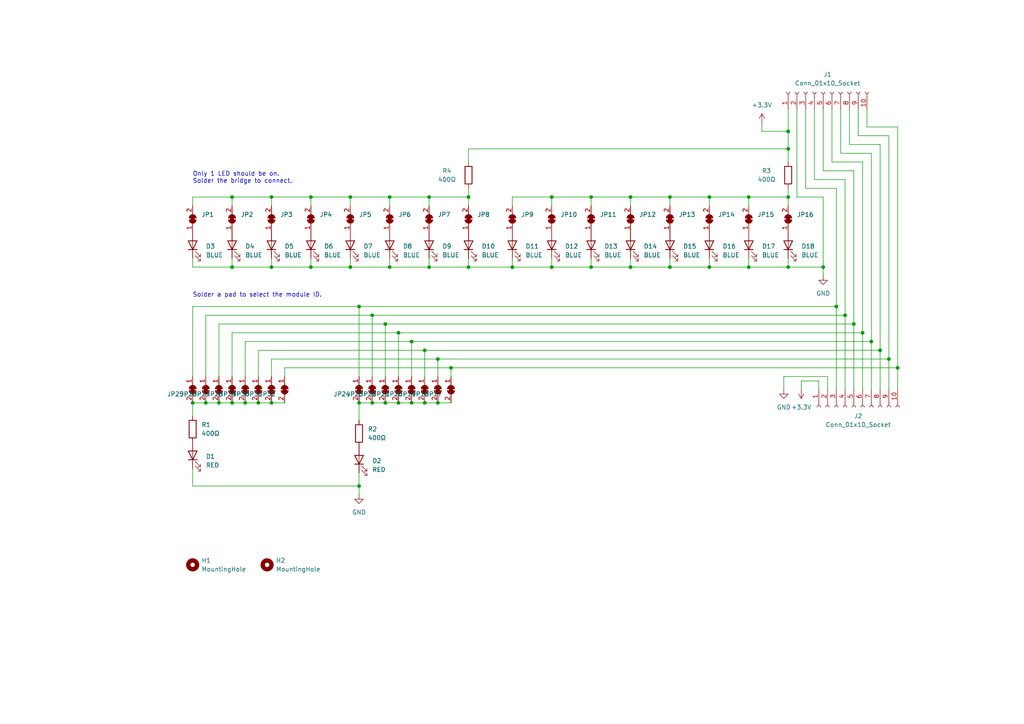
<source format=kicad_sch>
(kicad_sch (version 20230121) (generator eeschema)
  (paper "A4")
  (title_block (title "HTP!m CONTROL Module Display") (date "2023-10-07") (rev "1") (company "shawnd.xyz") (comment 2 "status.") (comment 3 "The HTP!m CONTROL Module Display highlights the selected module and its override"))
  (lib_symbols
    (symbol "Connector:Conn_01x10_Socket" (pin_names (offset 1.016) hide)
      (property "Reference" "J" (at 0 12.7 0))
      (property "Value" "Conn_01x10_Socket" (at 0 -15.24 0))
      (symbol "Conn_01x10_Socket_1_1"
        (arc (start 0 -12.192) (mid -0.5058 -12.7) (end 0 -13.208) (stroke (width 0.1524)))
        (arc (start 0 -9.652) (mid -0.5058 -10.16) (end 0 -10.668) (stroke (width 0.1524)))
        (arc (start 0 -7.112) (mid -0.5058 -7.62) (end 0 -8.128) (stroke (width 0.1524)))
        (arc (start 0 -4.572) (mid -0.5058 -5.08) (end 0 -5.588) (stroke (width 0.1524)))
        (arc (start 0 -2.032) (mid -0.5058 -2.54) (end 0 -3.048) (stroke (width 0.1524)))
        (polyline (pts (xy -1.27 -12.7) (xy -0.508 -12.7)) (stroke (width 0.1524)))
        (polyline (pts (xy -1.27 -10.16) (xy -0.508 -10.16)) (stroke (width 0.1524)))
        (polyline (pts (xy -1.27 -7.62) (xy -0.508 -7.62)) (stroke (width 0.1524)))
        (polyline (pts (xy -1.27 -5.08) (xy -0.508 -5.08)) (stroke (width 0.1524)))
        (polyline (pts (xy -1.27 -2.54) (xy -0.508 -2.54)) (stroke (width 0.1524)))
        (polyline (pts (xy -1.27 0) (xy -0.508 0)) (stroke (width 0.1524)))
        (polyline (pts (xy -1.27 2.54) (xy -0.508 2.54)) (stroke (width 0.1524)))
        (polyline (pts (xy -1.27 5.08) (xy -0.508 5.08)) (stroke (width 0.1524)))
        (polyline (pts (xy -1.27 7.62) (xy -0.508 7.62)) (stroke (width 0.1524)))
        (polyline (pts (xy -1.27 10.16) (xy -0.508 10.16)) (stroke (width 0.1524)))
        (arc (start 0 0.508) (mid -0.5058 0) (end 0 -0.508) (stroke (width 0.1524)))
        (arc (start 0 3.048) (mid -0.5058 2.54) (end 0 2.032) (stroke (width 0.1524)))
        (arc (start 0 5.588) (mid -0.5058 5.08) (end 0 4.572) (stroke (width 0.1524)))
        (arc (start 0 8.128) (mid -0.5058 7.62) (end 0 7.112) (stroke (width 0.1524)))
        (arc (start 0 10.668) (mid -0.5058 10.16) (end 0 9.652) (stroke (width 0.1524)))
        (pin passive line (at -5.08 10.16 0) (length 3.81) (name "Pin_1") (number "1"))
        (pin passive line (at -5.08 -12.7 0) (length 3.81) (name "Pin_10") (number "10"))
        (pin passive line (at -5.08 7.62 0) (length 3.81) (name "Pin_2") (number "2"))
        (pin passive line (at -5.08 5.08 0) (length 3.81) (name "Pin_3") (number "3"))
        (pin passive line (at -5.08 2.54 0) (length 3.81) (name "Pin_4") (number "4"))
        (pin passive line (at -5.08 0 0) (length 3.81) (name "Pin_5") (number "5"))
        (pin passive line (at -5.08 -2.54 0) (length 3.81) (name "Pin_6") (number "6"))
        (pin passive line (at -5.08 -5.08 0) (length 3.81) (name "Pin_7") (number "7"))
        (pin passive line (at -5.08 -7.62 0) (length 3.81) (name "Pin_8") (number "8"))
        (pin passive line (at -5.08 -10.16 0) (length 3.81) (name "Pin_9") (number "9"))
      )
    )
    (symbol "Device:LED" (pin_numbers hide) (pin_names (offset 1.016) hide)
      (property "Reference" "D" (at 0 2.54 0))
      (property "Value" "LED" (at 0 -2.54 0))
      (symbol "LED_0_1"
        (polyline (pts (xy -1.27 -1.27) (xy -1.27 1.27)) (stroke (width 0.254)))
        (polyline (pts (xy -1.27 0) (xy 1.27 0)))
        (polyline (pts (xy 1.27 -1.27) (xy 1.27 1.27) (xy -1.27 0) (xy 1.27 -1.27)) (stroke (width 0.254)))
        (polyline (pts (xy -3.048 -0.762) (xy -4.572 -2.286) (xy -3.81 -2.286) (xy -4.572 -2.286) (xy -4.572 -1.524)))
        (polyline (pts (xy -1.778 -0.762) (xy -3.302 -2.286) (xy -2.54 -2.286) (xy -3.302 -2.286) (xy -3.302 -1.524)))
      )
      (symbol "LED_1_1"
        (pin passive line (at -3.81 0 0) (length 2.54) (name "K") (number "1"))
        (pin passive line (at 3.81 0 180) (length 2.54) (name "A") (number "2"))
      )
    )
    (symbol "Device:R" (pin_numbers hide) (pin_names (offset 0))
      (property "Reference" "R" (at 2.032 0 90))
      (property "Value" "R" (at 0 0 90))
      (symbol "R_0_1"
        (rectangle (start -1.016 -2.54) (end 1.016 2.54) (stroke (width 0.254)))
      )
      (symbol "R_1_1"
        (pin passive line (at 0 3.81 270) (length 1.27) (name "~") (number "1"))
        (pin passive line (at 0 -3.81 90) (length 1.27) (name "~") (number "2"))
      )
    )
    (symbol "Jumper:SolderJumper_2_Bridged" (pin_names (offset 0) hide)
      (property "Reference" "JP" (at 0 2.032 0))
      (property "Value" "SolderJumper_2_Bridged" (at 0 -2.54 0))
      (symbol "SolderJumper_2_Bridged_0_1"
        (rectangle (start -0.508 0.508) (end 0.508 -0.508) (fill (type outline)))
        (arc (start -0.254 1.016) (mid -1.2656 0) (end -0.254 -1.016))
        (arc (start -0.254 1.016) (mid -1.2656 0) (end -0.254 -1.016) (fill (type outline)))
        (polyline (pts (xy -0.254 1.016) (xy -0.254 -1.016)))
        (polyline (pts (xy 0.254 1.016) (xy 0.254 -1.016)))
        (arc (start 0.254 -1.016) (mid 1.2656 0) (end 0.254 1.016))
        (arc (start 0.254 -1.016) (mid 1.2656 0) (end 0.254 1.016) (fill (type outline)))
      )
      (symbol "SolderJumper_2_Bridged_1_1"
        (pin passive line (at -3.81 0 0) (length 2.54) (name "A") (number "1"))
        (pin passive line (at 3.81 0 180) (length 2.54) (name "B") (number "2"))
      )
    )
    (symbol "Mechanical:MountingHole" (pin_names (offset 1.016))
      (property "Reference" "H" (at 0 5.08 0))
      (property "Value" "MountingHole" (at 0 3.175 0))
      (symbol "MountingHole_0_1"
        (circle (center 0 0) (radius 1.27) (stroke (width 1.27)))
      )
    )
    (symbol "power:+3.3V" (power) (pin_names (offset 0))
      (property "Value" "+3.3V" (at 0 3.556 0))
      (symbol "+3.3V_0_1"
        (polyline (pts (xy -0.762 1.27) (xy 0 2.54)))
        (polyline (pts (xy 0 0) (xy 0 2.54)))
        (polyline (pts (xy 0 2.54) (xy 0.762 1.27)))
      )
      (symbol "+3.3V_1_1"
        (pin power_in line (at 0 0 90) (length 0) hide (name "+3.3V") (number "1"))
      )
    )
    (symbol "power:GND" (power) (pin_names (offset 0))
      (property "Value" "GND" (at 0 -3.81 0))
      (symbol "GND_0_1"
        (polyline (pts (xy 0 0) (xy 0 -1.27) (xy 1.27 -1.27) (xy 0 -2.54) (xy -1.27 -1.27) (xy 0 -1.27)))
      )
      (symbol "GND_1_1"
        (pin power_in line (at 0 0 270) (length 0) hide (name "GND") (number "1"))
      )
    )
  )
  (junction (at 160.02 57.15))
  (junction (at 217.17 77.47))
  (junction (at 113.03 77.47))
  (junction (at 247.65 93.98))
  (junction (at 67.31 57.15))
  (junction (at 238.76 77.47))
  (junction (at 71.12 116.84))
  (junction (at 123.19 101.6))
  (junction (at 124.46 77.47))
  (junction (at 78.74 57.15))
  (junction (at 78.74 77.47))
  (junction (at 255.27 101.6))
  (junction (at 59.69 116.84))
  (junction (at 113.03 57.15))
  (junction (at 182.88 77.47))
  (junction (at 194.31 77.47))
  (junction (at 127 116.84))
  (junction (at 252.73 99.06))
  (junction (at 205.74 57.15))
  (junction (at 119.38 99.06))
  (junction (at 250.19 96.52))
  (junction (at 242.57 88.9))
  (junction (at 135.89 57.15))
  (junction (at 171.45 57.15))
  (junction (at 130.81 106.68))
  (junction (at 101.6 57.15))
  (junction (at 135.89 77.47))
  (junction (at 228.6 38.1))
  (junction (at 217.17 57.15))
  (junction (at 228.6 57.15))
  (junction (at 111.76 93.98))
  (junction (at 101.6 77.47))
  (junction (at 115.57 116.84))
  (junction (at 205.74 77.47))
  (junction (at 111.76 116.84))
  (junction (at 148.59 77.47))
  (junction (at 119.38 116.84))
  (junction (at 107.95 91.44))
  (junction (at 124.46 57.15))
  (junction (at 245.11 91.44))
  (junction (at 104.14 116.84))
  (junction (at 228.6 77.47))
  (junction (at 55.88 116.84))
  (junction (at 171.45 77.47))
  (junction (at 260.35 106.68))
  (junction (at 127 104.14))
  (junction (at 104.14 140.97))
  (junction (at 67.31 116.84))
  (junction (at 90.17 57.15))
  (junction (at 63.5 116.84))
  (junction (at 257.81 104.14))
  (junction (at 228.6 43.18))
  (junction (at 90.17 77.47))
  (junction (at 123.19 116.84))
  (junction (at 115.57 96.52))
  (junction (at 160.02 77.47))
  (junction (at 104.14 88.9))
  (junction (at 107.95 116.84))
  (junction (at 78.74 116.84))
  (junction (at 194.31 57.15))
  (junction (at 67.31 77.47))
  (junction (at 74.93 116.84))
  (junction (at 182.88 57.15))
  (wire (pts (xy 260.35 36.83) (xy 251.46 36.83)))
  (wire (pts (xy 182.88 57.15) (xy 194.31 57.15)))
  (wire (pts (xy 217.17 59.69) (xy 217.17 57.15)))
  (wire (pts (xy 160.02 74.93) (xy 160.02 77.47)))
  (wire (pts (xy 101.6 74.93) (xy 101.6 77.47)))
  (wire (pts (xy 119.38 116.84) (xy 123.19 116.84)))
  (wire (pts (xy 59.69 116.84) (xy 63.5 116.84)))
  (wire (pts (xy 127 116.84) (xy 130.81 116.84)))
  (wire (pts (xy 104.14 116.84) (xy 107.95 116.84)))
  (wire (pts (xy 55.88 77.47) (xy 67.31 77.47)))
  (wire (pts (xy 55.88 57.15) (xy 67.31 57.15)))
  (wire (pts (xy 160.02 77.47) (xy 171.45 77.47)))
  (wire (pts (xy 228.6 74.93) (xy 228.6 77.47)))
  (wire (pts (xy 78.74 109.22) (xy 78.74 104.14)))
  (wire (pts (xy 247.65 93.98) (xy 247.65 49.53)))
  (wire (pts (xy 104.14 88.9) (xy 104.14 109.22)))
  (wire (pts (xy 171.45 77.47) (xy 182.88 77.47)))
  (wire (pts (xy 135.89 43.18) (xy 135.89 46.99)))
  (wire (pts (xy 55.88 140.97) (xy 104.14 140.97)))
  (wire (pts (xy 67.31 57.15) (xy 67.31 59.69)))
  (wire (pts (xy 67.31 77.47) (xy 78.74 77.47)))
  (wire (pts (xy 90.17 77.47) (xy 101.6 77.47)))
  (wire (pts (xy 113.03 74.93) (xy 113.03 77.47)))
  (wire (pts (xy 220.98 35.56) (xy 220.98 38.1)))
  (wire (pts (xy 148.59 74.93) (xy 148.59 77.47)))
  (wire (pts (xy 111.76 93.98) (xy 111.76 109.22)))
  (wire (pts (xy 135.89 77.47) (xy 148.59 77.47)))
  (wire (pts (xy 252.73 44.45) (xy 243.84 44.45)))
  (wire (pts (xy 67.31 74.93) (xy 67.31 77.47)))
  (wire (pts (xy 217.17 57.15) (xy 228.6 57.15)))
  (wire (pts (xy 74.93 116.84) (xy 78.74 116.84)))
  (wire (pts (xy 104.14 140.97) (xy 104.14 143.51)))
  (wire (pts (xy 238.76 49.53) (xy 238.76 31.75)))
  (wire (pts (xy 67.31 109.22) (xy 67.31 96.52)))
  (wire (pts (xy 228.6 31.75) (xy 228.6 38.1)))
  (wire (pts (xy 71.12 99.06) (xy 119.38 99.06)))
  (wire (pts (xy 90.17 74.93) (xy 90.17 77.47)))
  (wire (pts (xy 255.27 101.6) (xy 255.27 113.03)))
  (wire (pts (xy 242.57 54.61) (xy 233.68 54.61)))
  (wire (pts (xy 255.27 101.6) (xy 255.27 41.91)))
  (wire (pts (xy 67.31 96.52) (xy 115.57 96.52)))
  (wire (pts (xy 123.19 116.84) (xy 127 116.84)))
  (wire (pts (xy 119.38 99.06) (xy 119.38 109.22)))
  (wire (pts (xy 90.17 57.15) (xy 101.6 57.15)))
  (wire (pts (xy 78.74 77.47) (xy 90.17 77.47)))
  (wire (pts (xy 104.14 140.97) (xy 104.14 137.16)))
  (wire (pts (xy 194.31 74.93) (xy 194.31 77.47)))
  (wire (pts (xy 231.14 57.15) (xy 231.14 31.75)))
  (wire (pts (xy 124.46 74.93) (xy 124.46 77.47)))
  (wire (pts (xy 228.6 77.47) (xy 238.76 77.47)))
  (wire (pts (xy 247.65 49.53) (xy 238.76 49.53)))
  (wire (pts (xy 228.6 38.1) (xy 228.6 43.18)))
  (wire (pts (xy 252.73 99.06) (xy 252.73 113.03)))
  (wire (pts (xy 160.02 57.15) (xy 171.45 57.15)))
  (wire (pts (xy 63.5 109.22) (xy 63.5 93.98)))
  (wire (pts (xy 217.17 77.47) (xy 228.6 77.47)))
  (wire (pts (xy 71.12 116.84) (xy 74.93 116.84)))
  (wire (pts (xy 182.88 57.15) (xy 182.88 59.69)))
  (wire (pts (xy 113.03 57.15) (xy 113.03 59.69)))
  (wire (pts (xy 171.45 59.69) (xy 171.45 57.15)))
  (wire (pts (xy 233.68 54.61) (xy 233.68 31.75)))
  (wire (pts (xy 238.76 77.47) (xy 238.76 80.01)))
  (wire (pts (xy 194.31 59.69) (xy 194.31 57.15)))
  (wire (pts (xy 119.38 99.06) (xy 252.73 99.06)))
  (wire (pts (xy 115.57 96.52) (xy 115.57 109.22)))
  (wire (pts (xy 205.74 57.15) (xy 205.74 59.69)))
  (wire (pts (xy 171.45 74.93) (xy 171.45 77.47)))
  (wire (pts (xy 124.46 57.15) (xy 135.89 57.15)))
  (wire (pts (xy 63.5 116.84) (xy 67.31 116.84)))
  (wire (pts (xy 246.38 41.91) (xy 246.38 31.75)))
  (wire (pts (xy 78.74 74.93) (xy 78.74 77.47)))
  (wire (pts (xy 55.88 88.9) (xy 104.14 88.9)))
  (wire (pts (xy 107.95 116.84) (xy 111.76 116.84)))
  (wire (pts (xy 245.11 52.07) (xy 236.22 52.07)))
  (wire (pts (xy 90.17 57.15) (xy 90.17 59.69)))
  (wire (pts (xy 101.6 77.47) (xy 113.03 77.47)))
  (wire (pts (xy 194.31 77.47) (xy 182.88 77.47)))
  (wire (pts (xy 237.49 110.49) (xy 232.41 110.49)))
  (wire (pts (xy 78.74 104.14) (xy 127 104.14)))
  (wire (pts (xy 63.5 93.98) (xy 111.76 93.98)))
  (wire (pts (xy 257.81 39.37) (xy 248.92 39.37)))
  (wire (pts (xy 250.19 96.52) (xy 250.19 46.99)))
  (wire (pts (xy 232.41 110.49) (xy 232.41 113.03)))
  (wire (pts (xy 194.31 57.15) (xy 205.74 57.15)))
  (wire (pts (xy 113.03 57.15) (xy 124.46 57.15)))
  (wire (pts (xy 228.6 57.15) (xy 228.6 59.69)))
  (wire (pts (xy 55.88 116.84) (xy 59.69 116.84)))
  (wire (pts (xy 55.88 135.89) (xy 55.88 140.97)))
  (wire (pts (xy 205.74 74.93) (xy 205.74 77.47)))
  (wire (pts (xy 115.57 96.52) (xy 250.19 96.52)))
  (wire (pts (xy 250.19 46.99) (xy 241.3 46.99)))
  (wire (pts (xy 78.74 57.15) (xy 90.17 57.15)))
  (wire (pts (xy 148.59 59.69) (xy 148.59 57.15)))
  (wire (pts (xy 67.31 57.15) (xy 78.74 57.15)))
  (wire (pts (xy 236.22 31.75) (xy 236.22 52.07)))
  (wire (pts (xy 59.69 109.22) (xy 59.69 91.44)))
  (wire (pts (xy 250.19 96.52) (xy 250.19 113.03)))
  (wire (pts (xy 260.35 106.68) (xy 260.35 36.83)))
  (wire (pts (xy 217.17 74.93) (xy 217.17 77.47)))
  (wire (pts (xy 127 104.14) (xy 127 109.22)))
  (wire (pts (xy 182.88 74.93) (xy 182.88 77.47)))
  (wire (pts (xy 242.57 88.9) (xy 242.57 54.61)))
  (wire (pts (xy 67.31 116.84) (xy 71.12 116.84)))
  (wire (pts (xy 260.35 106.68) (xy 260.35 113.03)))
  (wire (pts (xy 113.03 77.47) (xy 124.46 77.47)))
  (wire (pts (xy 101.6 59.69) (xy 101.6 57.15)))
  (wire (pts (xy 247.65 93.98) (xy 247.65 113.03)))
  (wire (pts (xy 78.74 116.84) (xy 82.55 116.84)))
  (wire (pts (xy 237.49 113.03) (xy 237.49 110.49)))
  (wire (pts (xy 257.81 104.14) (xy 257.81 39.37)))
  (wire (pts (xy 111.76 93.98) (xy 247.65 93.98)))
  (wire (pts (xy 240.03 113.03) (xy 240.03 109.22)))
  (wire (pts (xy 135.89 74.93) (xy 135.89 77.47)))
  (wire (pts (xy 115.57 116.84) (xy 119.38 116.84)))
  (wire (pts (xy 59.69 91.44) (xy 107.95 91.44)))
  (wire (pts (xy 78.74 59.69) (xy 78.74 57.15)))
  (wire (pts (xy 101.6 57.15) (xy 113.03 57.15)))
  (wire (pts (xy 160.02 57.15) (xy 160.02 59.69)))
  (wire (pts (xy 55.88 59.69) (xy 55.88 57.15)))
  (wire (pts (xy 171.45 57.15) (xy 182.88 57.15)))
  (wire (pts (xy 82.55 109.22) (xy 82.55 106.68)))
  (wire (pts (xy 104.14 116.84) (xy 104.14 121.92)))
  (wire (pts (xy 227.33 109.22) (xy 227.33 113.03)))
  (wire (pts (xy 241.3 46.99) (xy 241.3 31.75)))
  (wire (pts (xy 127 104.14) (xy 257.81 104.14)))
  (wire (pts (xy 228.6 43.18) (xy 135.89 43.18)))
  (wire (pts (xy 242.57 88.9) (xy 242.57 113.03)))
  (wire (pts (xy 124.46 77.47) (xy 135.89 77.47)))
  (wire (pts (xy 71.12 109.22) (xy 71.12 99.06)))
  (wire (pts (xy 255.27 41.91) (xy 246.38 41.91)))
  (wire (pts (xy 228.6 54.61) (xy 228.6 57.15)))
  (wire (pts (xy 248.92 39.37) (xy 248.92 31.75)))
  (wire (pts (xy 245.11 91.44) (xy 245.11 113.03)))
  (wire (pts (xy 220.98 38.1) (xy 228.6 38.1)))
  (wire (pts (xy 160.02 57.15) (xy 148.59 57.15)))
  (wire (pts (xy 205.74 77.47) (xy 217.17 77.47)))
  (wire (pts (xy 135.89 57.15) (xy 135.89 59.69)))
  (wire (pts (xy 55.88 109.22) (xy 55.88 88.9)))
  (wire (pts (xy 252.73 44.45) (xy 252.73 99.06)))
  (wire (pts (xy 240.03 109.22) (xy 227.33 109.22)))
  (wire (pts (xy 107.95 91.44) (xy 107.95 109.22)))
  (wire (pts (xy 104.14 88.9) (xy 242.57 88.9)))
  (wire (pts (xy 238.76 57.15) (xy 231.14 57.15)))
  (wire (pts (xy 194.31 77.47) (xy 205.74 77.47)))
  (wire (pts (xy 111.76 116.84) (xy 115.57 116.84)))
  (wire (pts (xy 130.81 106.68) (xy 260.35 106.68)))
  (wire (pts (xy 124.46 59.69) (xy 124.46 57.15)))
  (wire (pts (xy 74.93 101.6) (xy 123.19 101.6)))
  (wire (pts (xy 123.19 101.6) (xy 255.27 101.6)))
  (wire (pts (xy 74.93 109.22) (xy 74.93 101.6)))
  (wire (pts (xy 257.81 104.14) (xy 257.81 113.03)))
  (wire (pts (xy 148.59 77.47) (xy 160.02 77.47)))
  (wire (pts (xy 245.11 91.44) (xy 245.11 52.07)))
  (wire (pts (xy 238.76 77.47) (xy 238.76 57.15)))
  (wire (pts (xy 107.95 91.44) (xy 245.11 91.44)))
  (wire (pts (xy 123.19 101.6) (xy 123.19 109.22)))
  (wire (pts (xy 55.88 74.93) (xy 55.88 77.47)))
  (wire (pts (xy 82.55 106.68) (xy 130.81 106.68)))
  (wire (pts (xy 228.6 43.18) (xy 228.6 46.99)))
  (wire (pts (xy 251.46 36.83) (xy 251.46 31.75)))
  (wire (pts (xy 243.84 44.45) (xy 243.84 31.75)))
  (wire (pts (xy 135.89 54.61) (xy 135.89 57.15)))
  (wire (pts (xy 130.81 106.68) (xy 130.81 109.22)))
  (wire (pts (xy 205.74 57.15) (xy 217.17 57.15)))
  (wire (pts (xy 55.88 116.84) (xy 55.88 120.65)))
  (text "Solder a pad to select the module ID." (at 55.88 86.36 0) (effects (font (size 1.27 1.27)) (justify left bottom)))
  (text "Only 1 LED should be on.\nSolder the bridge to connect." (at 55.88 53.34 0) (effects (font (size 1.27 1.27)) (justify left bottom)))
  (symbol (lib_id "Jumper:SolderJumper_2_Bridged") (at 171.45 63.5 90) (unit 1)
    (property "Reference" "JP11" (at 173.99 62.23 90) (effects (justify right)))
    (property "Value" "SolderJumper_2_Bridged" (effects hide))
    (property "Footprint" "Jumper:SolderJumper-2_P1.3mm_Open_TrianglePad1.0x1.5mm" (effects hide))
  )
  (symbol (lib_id "Jumper:SolderJumper_2_Bridged") (at 59.69 113.03 270) (unit 1)
    (property "Reference" "JP26" (at 57.15 114.3 90) (effects (justify right)))
    (property "Value" "SolderJumper_2_Bridged" (effects hide))
    (property "Footprint" "Jumper:SolderJumper-2_P1.3mm_Open_TrianglePad1.0x1.5mm" (effects hide))
  )
  (symbol (lib_id "Device:LED") (at 78.74 71.12 90) (unit 1)
    (property "Reference" "D5" (at 82.55 71.4375 90) (effects (justify right)))
    (property "Value" "BLUE" (at 82.55 73.9775 90) (effects (justify right)))
    (property "Footprint" "LED_THT:LED_D5.0mm" (effects hide))
  )
  (symbol (lib_id "Jumper:SolderJumper_2_Bridged") (at 194.31 63.5 90) (unit 1)
    (property "Reference" "JP13" (at 196.85 62.23 90) (effects (justify right)))
    (property "Value" "SolderJumper_2_Bridged" (effects hide))
    (property "Footprint" "Jumper:SolderJumper-2_P1.3mm_Open_TrianglePad1.0x1.5mm" (effects hide))
  )
  (symbol (lib_id "Device:R") (at 55.88 124.46 0) (unit 1)
    (property "Reference" "R1" (at 58.42 123.19 0) (effects (justify left)))
    (property "Value" "400Ω" (at 58.42 125.73 0) (effects (justify left)))
    (property "Footprint" "Resistor_THT:R_Axial_DIN0204_L3.6mm_D1.6mm_P7.62mm_Horizontal" (effects hide))
  )
  (symbol (lib_id "Jumper:SolderJumper_2_Bridged") (at 228.6 63.5 90) (unit 1)
    (property "Reference" "JP16" (at 231.14 62.23 90) (effects (justify right)))
    (property "Value" "SolderJumper_2_Bridged" (effects hide))
    (property "Footprint" "Jumper:SolderJumper-2_P1.3mm_Open_TrianglePad1.0x1.5mm" (effects hide))
  )
  (symbol (lib_id "power:GND") (at 227.33 113.03 0) (unit 1)
    (property "Reference" "#PWR05" (effects hide))
    (property "Value" "GND" (at 227.33 118.11 0))
  )
  (symbol (lib_id "Device:LED") (at 90.17 71.12 90) (unit 1)
    (property "Reference" "D6" (at 93.98 71.4375 90) (effects (justify right)))
    (property "Value" "BLUE" (at 93.98 73.9775 90) (effects (justify right)))
    (property "Footprint" "LED_THT:LED_D5.0mm" (effects hide))
  )
  (symbol (lib_id "Jumper:SolderJumper_2_Bridged") (at 135.89 63.5 90) (unit 1)
    (property "Reference" "JP8" (at 138.43 62.23 90) (effects (justify right)))
    (property "Value" "SolderJumper_2_Bridged" (effects hide))
    (property "Footprint" "Jumper:SolderJumper-2_P1.3mm_Open_TrianglePad1.0x1.5mm" (effects hide))
  )
  (symbol (lib_id "Jumper:SolderJumper_2_Bridged") (at 71.12 113.03 270) (unit 1)
    (property "Reference" "JP29" (at 68.58 114.3 90) (effects (justify right)))
    (property "Value" "SolderJumper_2_Bridged" (effects hide))
    (property "Footprint" "Jumper:SolderJumper-2_P1.3mm_Open_TrianglePad1.0x1.5mm" (effects hide))
  )
  (symbol (lib_id "Jumper:SolderJumper_2_Bridged") (at 107.95 113.03 270) (unit 1)
    (property "Reference" "JP23" (at 105.41 114.3 90) (effects (justify right)))
    (property "Value" "SolderJumper_2_Bridged" (effects hide))
    (property "Footprint" "Jumper:SolderJumper-2_P1.3mm_Open_TrianglePad1.0x1.5mm" (effects hide))
  )
  (symbol (lib_id "Jumper:SolderJumper_2_Bridged") (at 67.31 113.03 270) (unit 1)
    (property "Reference" "JP28" (at 64.77 114.3 90) (effects (justify right)))
    (property "Value" "SolderJumper_2_Bridged" (effects hide))
    (property "Footprint" "Jumper:SolderJumper-2_P1.3mm_Open_TrianglePad1.0x1.5mm" (effects hide))
  )
  (symbol (lib_id "Jumper:SolderJumper_2_Bridged") (at 148.59 63.5 90) (unit 1)
    (property "Reference" "JP9" (at 151.13 62.23 90) (effects (justify right)))
    (property "Value" "SolderJumper_2_Bridged" (effects hide))
    (property "Footprint" "Jumper:SolderJumper-2_P1.3mm_Open_TrianglePad1.0x1.5mm" (effects hide))
  )
  (symbol (lib_id "Device:R") (at 104.14 125.73 0) (unit 1)
    (property "Reference" "R2" (at 106.68 124.46 0) (effects (justify left)))
    (property "Value" "400Ω" (at 106.68 127 0) (effects (justify left)))
    (property "Footprint" "Resistor_THT:R_Axial_DIN0204_L3.6mm_D1.6mm_P7.62mm_Horizontal" (effects hide))
  )
  (symbol (lib_id "Jumper:SolderJumper_2_Bridged") (at 205.74 63.5 90) (unit 1)
    (property "Reference" "JP14" (at 208.28 62.23 90) (effects (justify right)))
    (property "Value" "SolderJumper_2_Bridged" (effects hide))
    (property "Footprint" "Jumper:SolderJumper-2_P1.3mm_Open_TrianglePad1.0x1.5mm" (effects hide))
  )
  (symbol (lib_id "Device:LED") (at 217.17 71.12 90) (unit 1)
    (property "Reference" "D17" (at 220.98 71.4375 90) (effects (justify right)))
    (property "Value" "BLUE" (at 220.98 73.9775 90) (effects (justify right)))
    (property "Footprint" "LED_THT:LED_D5.0mm" (effects hide))
  )
  (symbol (lib_id "Jumper:SolderJumper_2_Bridged") (at 78.74 63.5 90) (unit 1)
    (property "Reference" "JP3" (at 81.28 62.23 90) (effects (justify right)))
    (property "Value" "SolderJumper_2_Bridged" (effects hide))
    (property "Footprint" "Jumper:SolderJumper-2_P1.3mm_Open_TrianglePad1.0x1.5mm" (effects hide))
  )
  (symbol (lib_id "Device:LED") (at 104.14 133.35 90) (unit 1)
    (property "Reference" "D2" (at 107.95 133.6675 90) (effects (justify right)))
    (property "Value" "RED" (at 107.95 136.2075 90) (effects (justify right)))
    (property "Footprint" "LED_THT:LED_D5.0mm" (effects hide))
  )
  (symbol (lib_id "power:+3.3V") (at 232.41 113.03 180) (unit 1)
    (property "Reference" "#PWR04" (effects hide))
    (property "Value" "+3.3V" (at 232.41 118.11 0))
  )
  (symbol (lib_id "Connector:Conn_01x10_Socket") (at 238.76 26.67 90) (unit 1)
    (property "Reference" "J1" (at 240.03 21.59 90))
    (property "Value" "Conn_01x10_Socket" (at 240.03 24.13 90))
    (property "Footprint" "Connector_PinHeader_2.00mm:PinHeader_1x10_P2.00mm_Vertical" (effects hide))
  )
  (symbol (lib_id "Jumper:SolderJumper_2_Bridged") (at 55.88 63.5 90) (unit 1)
    (property "Reference" "JP1" (at 58.42 62.23 90) (effects (justify right)))
    (property "Value" "SolderJumper_2_Bridged" (effects hide))
    (property "Footprint" "Jumper:SolderJumper-2_P1.3mm_Open_TrianglePad1.0x1.5mm" (effects hide))
  )
  (symbol (lib_id "Jumper:SolderJumper_2_Bridged") (at 63.5 113.03 270) (unit 1)
    (property "Reference" "JP27" (at 60.96 114.3 90) (effects (justify right)))
    (property "Value" "SolderJumper_2_Bridged" (effects hide))
    (property "Footprint" "Jumper:SolderJumper-2_P1.3mm_Open_TrianglePad1.0x1.5mm" (effects hide))
  )
  (symbol (lib_id "Jumper:SolderJumper_2_Bridged") (at 123.19 113.03 270) (unit 1)
    (property "Reference" "JP19" (at 120.65 114.3 90) (effects (justify right)))
    (property "Value" "SolderJumper_2_Bridged" (effects hide))
    (property "Footprint" "Jumper:SolderJumper-2_P1.3mm_Open_TrianglePad1.0x1.5mm" (effects hide))
  )
  (symbol (lib_id "Jumper:SolderJumper_2_Bridged") (at 55.88 113.03 270) (unit 1)
    (property "Reference" "JP25" (at 53.34 114.3 90) (effects (justify right)))
    (property "Value" "SolderJumper_2_Bridged" (effects hide))
    (property "Footprint" "Jumper:SolderJumper-2_P1.3mm_Open_TrianglePad1.0x1.5mm" (effects hide))
  )
  (symbol (lib_id "Device:LED") (at 55.88 71.12 90) (unit 1)
    (property "Reference" "D3" (at 59.69 71.4375 90) (effects (justify right)))
    (property "Value" "BLUE" (at 59.69 73.9775 90) (effects (justify right)))
    (property "Footprint" "LED_THT:LED_D5.0mm" (effects hide))
  )
  (symbol (lib_id "Mechanical:MountingHole") (at 55.88 163.83 0) (unit 1)
    (property "Reference" "H1" (at 58.42 162.56 0) (effects (justify left)))
    (property "Value" "MountingHole" (at 58.42 165.1 0) (effects (justify left)))
    (property "Footprint" "MountingHole:MountingHole_2.5mm" (effects hide))
  )
  (symbol (lib_id "Jumper:SolderJumper_2_Bridged") (at 90.17 63.5 90) (unit 1)
    (property "Reference" "JP4" (at 92.71 62.23 90) (effects (justify right)))
    (property "Value" "SolderJumper_2_Bridged" (effects hide))
    (property "Footprint" "Jumper:SolderJumper-2_P1.3mm_Open_TrianglePad1.0x1.5mm" (effects hide))
  )
  (symbol (lib_id "Jumper:SolderJumper_2_Bridged") (at 101.6 63.5 90) (unit 1)
    (property "Reference" "JP5" (at 104.14 62.23 90) (effects (justify right)))
    (property "Value" "SolderJumper_2_Bridged" (effects hide))
    (property "Footprint" "Jumper:SolderJumper-2_P1.3mm_Open_TrianglePad1.0x1.5mm" (effects hide))
  )
  (symbol (lib_id "Device:LED") (at 124.46 71.12 90) (unit 1)
    (property "Reference" "D9" (at 128.27 71.4375 90) (effects (justify right)))
    (property "Value" "BLUE" (at 128.27 73.9775 90) (effects (justify right)))
    (property "Footprint" "LED_THT:LED_D5.0mm" (effects hide))
  )
  (symbol (lib_id "Mechanical:MountingHole") (at 77.47 163.83 0) (unit 1)
    (property "Reference" "H2" (at 80.01 162.56 0) (effects (justify left)))
    (property "Value" "MountingHole" (at 80.01 165.1 0) (effects (justify left)))
    (property "Footprint" "MountingHole:MountingHole_2.5mm" (effects hide))
  )
  (symbol (lib_id "Jumper:SolderJumper_2_Bridged") (at 217.17 63.5 90) (unit 1)
    (property "Reference" "JP15" (at 219.71 62.23 90) (effects (justify right)))
    (property "Value" "SolderJumper_2_Bridged" (effects hide))
    (property "Footprint" "Jumper:SolderJumper-2_P1.3mm_Open_TrianglePad1.0x1.5mm" (effects hide))
  )
  (symbol (lib_id "Jumper:SolderJumper_2_Bridged") (at 104.14 113.03 270) (unit 1)
    (property "Reference" "JP24" (at 101.6 114.3 90) (effects (justify right)))
    (property "Value" "SolderJumper_2_Bridged" (effects hide))
    (property "Footprint" "Jumper:SolderJumper-2_P1.3mm_Open_TrianglePad1.0x1.5mm" (effects hide))
  )
  (symbol (lib_id "Jumper:SolderJumper_2_Bridged") (at 119.38 113.03 270) (unit 1)
    (property "Reference" "JP20" (at 116.84 114.3 90) (effects (justify right)))
    (property "Value" "SolderJumper_2_Bridged" (effects hide))
    (property "Footprint" "Jumper:SolderJumper-2_P1.3mm_Open_TrianglePad1.0x1.5mm" (effects hide))
  )
  (symbol (lib_id "Jumper:SolderJumper_2_Bridged") (at 67.31 63.5 90) (unit 1)
    (property "Reference" "JP2" (at 69.85 62.23 90) (effects (justify right)))
    (property "Value" "SolderJumper_2_Bridged" (effects hide))
    (property "Footprint" "Jumper:SolderJumper-2_P1.3mm_Open_TrianglePad1.0x1.5mm" (effects hide))
  )
  (symbol (lib_id "Device:LED") (at 182.88 71.12 90) (unit 1)
    (property "Reference" "D14" (at 186.69 71.4375 90) (effects (justify right)))
    (property "Value" "BLUE" (at 186.69 73.9775 90) (effects (justify right)))
    (property "Footprint" "LED_THT:LED_D5.0mm" (effects hide))
  )
  (symbol (lib_id "Device:LED") (at 113.03 71.12 90) (unit 1)
    (property "Reference" "D8" (at 116.84 71.4375 90) (effects (justify right)))
    (property "Value" "BLUE" (at 116.84 73.9775 90) (effects (justify right)))
    (property "Footprint" "LED_THT:LED_D5.0mm" (effects hide))
  )
  (symbol (lib_id "Device:R") (at 135.89 50.8 0) (unit 1)
    (property "Reference" "R4" (at 128.27 49.53 0) (effects (justify left)))
    (property "Value" "400Ω" (at 127 52.07 0) (effects (justify left)))
    (property "Footprint" "Resistor_THT:R_Axial_DIN0204_L3.6mm_D1.6mm_P7.62mm_Horizontal" (effects hide))
  )
  (symbol (lib_id "Device:LED") (at 205.74 71.12 90) (unit 1)
    (property "Reference" "D16" (at 209.55 71.4375 90) (effects (justify right)))
    (property "Value" "BLUE" (at 209.55 73.9775 90) (effects (justify right)))
    (property "Footprint" "LED_THT:LED_D5.0mm" (effects hide))
  )
  (symbol (lib_id "Jumper:SolderJumper_2_Bridged") (at 74.93 113.03 270) (unit 1)
    (property "Reference" "JP30" (at 72.39 114.3 90) (effects (justify right)))
    (property "Value" "SolderJumper_2_Bridged" (effects hide))
    (property "Footprint" "Jumper:SolderJumper-2_P1.3mm_Open_TrianglePad1.0x1.5mm" (effects hide))
  )
  (symbol (lib_id "Jumper:SolderJumper_2_Bridged") (at 127 113.03 270) (unit 1)
    (property "Reference" "JP18" (at 124.46 114.3 90) (effects (justify right)))
    (property "Value" "SolderJumper_2_Bridged" (effects hide))
    (property "Footprint" "Jumper:SolderJumper-2_P1.3mm_Open_TrianglePad1.0x1.5mm" (effects hide))
  )
  (symbol (lib_id "Device:LED") (at 171.45 71.12 90) (unit 1)
    (property "Reference" "D13" (at 175.26 71.4375 90) (effects (justify right)))
    (property "Value" "BLUE" (at 175.26 73.9775 90) (effects (justify right)))
    (property "Footprint" "LED_THT:LED_D5.0mm" (effects hide))
  )
  (symbol (lib_id "Device:LED") (at 67.31 71.12 90) (unit 1)
    (property "Reference" "D4" (at 71.12 71.4375 90) (effects (justify right)))
    (property "Value" "BLUE" (at 71.12 73.9775 90) (effects (justify right)))
    (property "Footprint" "LED_THT:LED_D5.0mm" (effects hide))
  )
  (symbol (lib_id "power:GND") (at 104.14 143.51 0) (unit 1)
    (property "Reference" "#PWR03" (effects hide))
    (property "Value" "GND" (at 104.14 148.59 0))
  )
  (symbol (lib_id "Device:R") (at 228.6 50.8 0) (unit 1)
    (property "Reference" "R3" (at 220.98 49.53 0) (effects (justify left)))
    (property "Value" "400Ω" (at 219.71 52.07 0) (effects (justify left)))
    (property "Footprint" "Resistor_THT:R_Axial_DIN0204_L3.6mm_D1.6mm_P7.62mm_Horizontal" (effects hide))
  )
  (symbol (lib_id "Device:LED") (at 148.59 71.12 90) (unit 1)
    (property "Reference" "D11" (at 152.4 71.4375 90) (effects (justify right)))
    (property "Value" "BLUE" (at 152.4 73.9775 90) (effects (justify right)))
    (property "Footprint" "LED_THT:LED_D5.0mm" (effects hide))
  )
  (symbol (lib_id "power:GND") (at 238.76 80.01 0) (unit 1)
    (property "Reference" "#PWR01" (effects hide))
    (property "Value" "GND" (at 238.76 85.09 0))
  )
  (symbol (lib_id "Jumper:SolderJumper_2_Bridged") (at 82.55 113.03 270) (unit 1)
    (property "Reference" "JP32" (at 80.01 114.3 90) (effects (justify right)))
    (property "Value" "SolderJumper_2_Bridged" (effects hide))
    (property "Footprint" "Jumper:SolderJumper-2_P1.3mm_Open_TrianglePad1.0x1.5mm" (effects hide))
  )
  (symbol (lib_id "Device:LED") (at 101.6 71.12 90) (unit 1)
    (property "Reference" "D7" (at 105.41 71.4375 90) (effects (justify right)))
    (property "Value" "BLUE" (at 105.41 73.9775 90) (effects (justify right)))
    (property "Footprint" "LED_THT:LED_D5.0mm" (effects hide))
  )
  (symbol (lib_id "Connector:Conn_01x10_Socket") (at 247.65 118.11 90) (mirror x) (unit 1)
    (property "Reference" "J2" (at 248.92 120.65 90))
    (property "Value" "Conn_01x10_Socket" (at 248.92 123.19 90))
    (property "Footprint" "Connector_PinHeader_2.00mm:PinHeader_1x10_P2.00mm_Vertical" (effects hide))
  )
  (symbol (lib_id "Jumper:SolderJumper_2_Bridged") (at 182.88 63.5 90) (unit 1)
    (property "Reference" "JP12" (at 185.42 62.23 90) (effects (justify right)))
    (property "Value" "SolderJumper_2_Bridged" (effects hide))
    (property "Footprint" "Jumper:SolderJumper-2_P1.3mm_Open_TrianglePad1.0x1.5mm" (effects hide))
  )
  (symbol (lib_id "power:+3.3V") (at 220.98 35.56 0) (unit 1)
    (property "Reference" "#PWR02" (effects hide))
    (property "Value" "+3.3V" (at 220.98 30.48 0))
  )
  (symbol (lib_id "Jumper:SolderJumper_2_Bridged") (at 130.81 113.03 270) (unit 1)
    (property "Reference" "JP17" (at 128.27 114.3 90) (effects (justify right)))
    (property "Value" "SolderJumper_2_Bridged" (effects hide))
    (property "Footprint" "Jumper:SolderJumper-2_P1.3mm_Open_TrianglePad1.0x1.5mm" (effects hide))
  )
  (symbol (lib_id "Jumper:SolderJumper_2_Bridged") (at 124.46 63.5 90) (unit 1)
    (property "Reference" "JP7" (at 127 62.23 90) (effects (justify right)))
    (property "Value" "SolderJumper_2_Bridged" (effects hide))
    (property "Footprint" "Jumper:SolderJumper-2_P1.3mm_Open_TrianglePad1.0x1.5mm" (effects hide))
  )
  (symbol (lib_id "Jumper:SolderJumper_2_Bridged") (at 111.76 113.03 270) (unit 1)
    (property "Reference" "JP22" (at 109.22 114.3 90) (effects (justify right)))
    (property "Value" "SolderJumper_2_Bridged" (effects hide))
    (property "Footprint" "Jumper:SolderJumper-2_P1.3mm_Open_TrianglePad1.0x1.5mm" (effects hide))
  )
  (symbol (lib_id "Device:LED") (at 135.89 71.12 90) (unit 1)
    (property "Reference" "D10" (at 139.7 71.4375 90) (effects (justify right)))
    (property "Value" "BLUE" (at 139.7 73.9775 90) (effects (justify right)))
    (property "Footprint" "LED_THT:LED_D5.0mm" (effects hide))
  )
  (symbol (lib_id "Jumper:SolderJumper_2_Bridged") (at 113.03 63.5 90) (unit 1)
    (property "Reference" "JP6" (at 115.57 62.23 90) (effects (justify right)))
    (property "Value" "SolderJumper_2_Bridged" (effects hide))
    (property "Footprint" "Jumper:SolderJumper-2_P1.3mm_Open_TrianglePad1.0x1.5mm" (effects hide))
  )
  (symbol (lib_id "Device:LED") (at 160.02 71.12 90) (unit 1)
    (property "Reference" "D12" (at 163.83 71.4375 90) (effects (justify right)))
    (property "Value" "BLUE" (at 163.83 73.9775 90) (effects (justify right)))
    (property "Footprint" "LED_THT:LED_D5.0mm" (effects hide))
  )
  (symbol (lib_id "Jumper:SolderJumper_2_Bridged") (at 78.74 113.03 270) (unit 1)
    (property "Reference" "JP31" (at 76.2 114.3 90) (effects (justify right)))
    (property "Value" "SolderJumper_2_Bridged" (effects hide))
    (property "Footprint" "Jumper:SolderJumper-2_P1.3mm_Open_TrianglePad1.0x1.5mm" (effects hide))
  )
  (symbol (lib_id "Jumper:SolderJumper_2_Bridged") (at 160.02 63.5 90) (unit 1)
    (property "Reference" "JP10" (at 162.56 62.23 90) (effects (justify right)))
    (property "Value" "SolderJumper_2_Bridged" (effects hide))
    (property "Footprint" "Jumper:SolderJumper-2_P1.3mm_Open_TrianglePad1.0x1.5mm" (effects hide))
  )
  (symbol (lib_id "Device:LED") (at 228.6 71.12 90) (unit 1)
    (property "Reference" "D18" (at 232.41 71.4375 90) (effects (justify right)))
    (property "Value" "BLUE" (at 232.41 73.9775 90) (effects (justify right)))
    (property "Footprint" "LED_THT:LED_D5.0mm" (effects hide))
  )
  (symbol (lib_id "Jumper:SolderJumper_2_Bridged") (at 115.57 113.03 270) (unit 1)
    (property "Reference" "JP21" (at 113.03 114.3 90) (effects (justify right)))
    (property "Value" "SolderJumper_2_Bridged" (effects hide))
    (property "Footprint" "Jumper:SolderJumper-2_P1.3mm_Open_TrianglePad1.0x1.5mm" (effects hide))
  )
  (symbol (lib_id "Device:LED") (at 55.88 132.08 90) (unit 1)
    (property "Reference" "D1" (at 59.69 132.3975 90) (effects (justify right)))
    (property "Value" "RED" (at 59.69 134.9375 90) (effects (justify right)))
    (property "Footprint" "LED_THT:LED_D5.0mm" (effects hide))
  )
  (symbol (lib_id "Device:LED") (at 194.31 71.12 90) (unit 1)
    (property "Reference" "D15" (at 198.12 71.4375 90) (effects (justify right)))
    (property "Value" "BLUE" (at 198.12 73.9775 90) (effects (justify right)))
    (property "Footprint" "LED_THT:LED_D5.0mm" (effects hide))
  )
)
</source>
